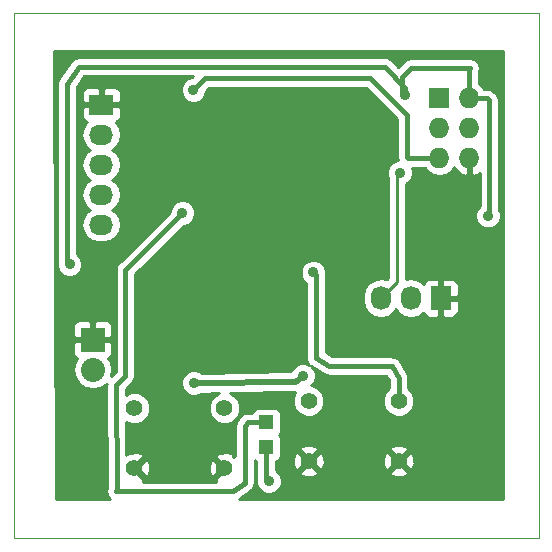
<source format=gbr>
%FSLAX46Y46*%
G04 Gerber Fmt 4.6, Leading zero omitted, Abs format (unit mm)*
G04 Created by KiCad (PCBNEW (2014-07-24 BZR 5026)-product) date 7/26/2014 7:14:47 PM*
%MOMM*%
G01*
G04 APERTURE LIST*
%ADD10C,0.100000*%
%ADD11R,1.198880X1.198880*%
%ADD12R,1.727200X2.032000*%
%ADD13O,1.727200X2.032000*%
%ADD14R,2.032000X2.032000*%
%ADD15O,2.032000X2.032000*%
%ADD16R,2.032000X1.727200*%
%ADD17O,2.032000X1.727200*%
%ADD18R,1.727200X1.727200*%
%ADD19O,1.727200X1.727200*%
%ADD20C,1.397000*%
%ADD21C,0.889000*%
%ADD22C,0.508000*%
%ADD23C,0.381000*%
%ADD24C,0.254000*%
G04 APERTURE END LIST*
D10*
X-2413000Y41783000D02*
X-2413000Y-2667000D01*
X42037000Y41783000D02*
X-2413000Y41783000D01*
X42037000Y-2667000D02*
X42037000Y41783000D01*
X-2413000Y-2667000D02*
X42037000Y-2667000D01*
D11*
X18958560Y7150100D03*
X18958560Y5052060D03*
D12*
X33746440Y17668240D03*
D13*
X31206440Y17668240D03*
X28666440Y17668240D03*
D14*
X4277360Y14152880D03*
D15*
X4277360Y11612880D03*
D16*
X4988560Y34041080D03*
D17*
X4988560Y31501080D03*
X4988560Y28961080D03*
X4988560Y26421080D03*
X4988560Y23881080D03*
D18*
X33624520Y34569400D03*
D19*
X36164520Y34569400D03*
X33624520Y32029400D03*
X36164520Y32029400D03*
X33624520Y29489400D03*
X36164520Y29489400D03*
D20*
X22555200Y8956040D03*
X22555200Y3876040D03*
X30175200Y8956040D03*
X30175200Y3876040D03*
X7807960Y8346440D03*
X7807960Y3266440D03*
X15427960Y8346440D03*
X15427960Y3266440D03*
D21*
X12837160Y10495280D03*
X22057360Y11089640D03*
X37719000Y24638000D03*
X2316480Y20518120D03*
X30718760Y34853880D03*
X11871960Y24876760D03*
X19187160Y2164080D03*
X12801600Y35295840D03*
X30286960Y28285440D03*
X22946360Y19842480D03*
D22*
X12837160Y10495280D02*
X12872720Y10459720D01*
X12872720Y10459720D02*
X21468080Y10576560D01*
X21468080Y10576560D02*
X22057360Y11089640D01*
D23*
X36164520Y34569400D02*
X37693600Y34569400D01*
X37846000Y24765000D02*
X37719000Y24638000D01*
X37846000Y34417000D02*
X37846000Y24765000D01*
X37693600Y34569400D02*
X37846000Y34417000D01*
X36647120Y35052000D02*
X36164520Y34569400D01*
X30718760Y34853880D02*
X30718760Y35422840D01*
X30718760Y35422840D02*
X29011880Y37256720D01*
X29011880Y37256720D02*
X3139440Y37256720D01*
X3139440Y37256720D02*
X2092960Y35829240D01*
X2092960Y35829240D02*
X2092960Y20741640D01*
X2092960Y20741640D02*
X2316480Y20518120D01*
X36164520Y37073840D02*
X36164520Y34569400D01*
X30718760Y34853880D02*
X30439360Y35133280D01*
X30439360Y35133280D02*
X30439360Y36403280D01*
X30439360Y36403280D02*
X31201360Y37165280D01*
X31201360Y37165280D02*
X36255960Y37165280D01*
X36255960Y37165280D02*
X36164520Y37073840D01*
X18958560Y7150100D02*
X17416780Y7150100D01*
X7035800Y20040600D02*
X11871960Y24876760D01*
X7035800Y11094720D02*
X7035800Y20040600D01*
X6248400Y10307320D02*
X7035800Y11094720D01*
X6304280Y1381760D02*
X6248400Y10307320D01*
X6228080Y1305560D02*
X6304280Y1381760D01*
X16169640Y1305560D02*
X6228080Y1305560D01*
X17145000Y2001520D02*
X16169640Y1305560D01*
X17145000Y6878320D02*
X17145000Y2001520D01*
X17416780Y7150100D02*
X17145000Y6878320D01*
X18958560Y5052060D02*
X18958560Y2392680D01*
X18958560Y2392680D02*
X19187160Y2164080D01*
X12801600Y35295840D02*
X13792200Y36286440D01*
X13792200Y36286440D02*
X27736800Y36286440D01*
X27736800Y36286440D02*
X30861000Y33162240D01*
X30861000Y33162240D02*
X30861000Y29621480D01*
X30861000Y29621480D02*
X30993080Y29489400D01*
X30993080Y29489400D02*
X33624520Y29489400D01*
D24*
X30058360Y19060160D02*
X28666440Y17668240D01*
X30058360Y28514040D02*
X30058360Y19060160D01*
X30286960Y28285440D02*
X30058360Y28514040D01*
D23*
X22946360Y19842480D02*
X23164800Y19624040D01*
X23164800Y19624040D02*
X23164800Y12623800D01*
X23164800Y12623800D02*
X24307800Y11902440D01*
X24307800Y11902440D02*
X29606240Y11902440D01*
X29606240Y11902440D02*
X30175200Y10911840D01*
X30175200Y10911840D02*
X30175200Y8956040D01*
D24*
G36*
X38989000Y635000D02*
X38798687Y635000D01*
X38798687Y24851784D01*
X38671500Y25159600D01*
X38671500Y34417000D01*
X38608663Y34732905D01*
X38608663Y34732906D01*
X38429717Y35000717D01*
X38277317Y35153117D01*
X38009506Y35332063D01*
X37693600Y35394900D01*
X37400274Y35394900D01*
X37224190Y35658429D01*
X36990020Y35814897D01*
X36990020Y36806568D01*
X37018623Y36849375D01*
X37081460Y37165280D01*
X37081461Y37165280D01*
X37018623Y37481185D01*
X37018623Y37481186D01*
X36839677Y37748997D01*
X36571866Y37927943D01*
X36255960Y37990781D01*
X36255954Y37990780D01*
X31201365Y37990780D01*
X31201360Y37990781D01*
X30885455Y37927943D01*
X30617643Y37748997D01*
X30617640Y37748994D01*
X30132746Y37264100D01*
X29616145Y37819138D01*
X29603951Y37827934D01*
X29595597Y37840437D01*
X29473753Y37921850D01*
X29354920Y38007569D01*
X29340287Y38011030D01*
X29327785Y38019383D01*
X29184072Y38047969D01*
X29041470Y38081690D01*
X29026625Y38079287D01*
X29011880Y38082220D01*
X3139440Y38082220D01*
X3077196Y38069840D01*
X3013791Y38072602D01*
X2920699Y38038711D01*
X2823535Y38019383D01*
X2770765Y37984124D01*
X2711130Y37962412D01*
X2638095Y37895477D01*
X2555723Y37840437D01*
X2520463Y37787668D01*
X2473677Y37744788D01*
X1427197Y36317308D01*
X1385336Y36227519D01*
X1330297Y36145145D01*
X1317915Y36082900D01*
X1291100Y36025380D01*
X1286787Y35926405D01*
X1267460Y35829240D01*
X1267460Y20806742D01*
X1237167Y20733788D01*
X1236793Y20304336D01*
X1400791Y19907431D01*
X1704194Y19603498D01*
X2100812Y19438807D01*
X2530264Y19438433D01*
X2927169Y19602431D01*
X3231102Y19905834D01*
X3395793Y20302452D01*
X3396167Y20731904D01*
X3232169Y21128809D01*
X2928766Y21432742D01*
X2918460Y21437022D01*
X2918460Y35559066D01*
X3557832Y36431220D01*
X12769545Y36431220D01*
X12713743Y36375418D01*
X12587816Y36375527D01*
X12190911Y36211529D01*
X11886978Y35908126D01*
X11722287Y35511508D01*
X11721913Y35082056D01*
X11885911Y34685151D01*
X12189314Y34381218D01*
X12585932Y34216527D01*
X13015384Y34216153D01*
X13412289Y34380151D01*
X13716222Y34683554D01*
X13880913Y35080172D01*
X13881024Y35207831D01*
X14134134Y35460940D01*
X27394866Y35460940D01*
X30035500Y32820306D01*
X30035500Y29621480D01*
X30086493Y29365116D01*
X30073176Y29365127D01*
X29676271Y29201129D01*
X29544323Y29069412D01*
X29519545Y29052855D01*
X29503133Y29028294D01*
X29372338Y28897726D01*
X29207647Y28501108D01*
X29207273Y28071656D01*
X29296360Y27856050D01*
X29296360Y19375790D01*
X29171660Y19251091D01*
X28666440Y19351585D01*
X28092951Y19237511D01*
X27606770Y18912655D01*
X27281914Y18426474D01*
X27167840Y17852985D01*
X27167840Y17483495D01*
X27281914Y16910006D01*
X27606770Y16423825D01*
X28092951Y16098969D01*
X28666440Y15984895D01*
X29239929Y16098969D01*
X29726110Y16423825D01*
X29936440Y16738606D01*
X30146770Y16423825D01*
X30632951Y16098969D01*
X31206440Y15984895D01*
X31779929Y16098969D01*
X32266110Y16423825D01*
X32280939Y16446020D01*
X32344513Y16292541D01*
X32523142Y16113913D01*
X32756531Y16017240D01*
X33460690Y16017240D01*
X33619440Y16175990D01*
X33619440Y17541240D01*
X33599440Y17541240D01*
X33599440Y17795240D01*
X33619440Y17795240D01*
X33619440Y19160490D01*
X33460690Y19319240D01*
X32756531Y19319240D01*
X32523142Y19222567D01*
X32344513Y19043939D01*
X32280939Y18890461D01*
X32266110Y18912655D01*
X31779929Y19237511D01*
X31206440Y19351585D01*
X30820360Y19274789D01*
X30820360Y27337816D01*
X30897649Y27369751D01*
X31201582Y27673154D01*
X31366273Y28069772D01*
X31366647Y28499224D01*
X31298604Y28663900D01*
X32388765Y28663900D01*
X32564850Y28400371D01*
X33051031Y28075515D01*
X33624520Y27961441D01*
X34198009Y28075515D01*
X34684190Y28400371D01*
X34900183Y28723629D01*
X34957699Y28600910D01*
X35389573Y28206712D01*
X35805494Y28034442D01*
X36037520Y28155583D01*
X36037520Y29362400D01*
X36017520Y29362400D01*
X36017520Y29616400D01*
X36037520Y29616400D01*
X36037520Y29636400D01*
X36291520Y29636400D01*
X36291520Y29616400D01*
X36311520Y29616400D01*
X36311520Y29362400D01*
X36291520Y29362400D01*
X36291520Y28155583D01*
X36523546Y28034442D01*
X36939467Y28206712D01*
X37020500Y28280676D01*
X37020500Y25466032D01*
X36804378Y25250286D01*
X36639687Y24853668D01*
X36639313Y24424216D01*
X36803311Y24027311D01*
X37106714Y23723378D01*
X37503332Y23558687D01*
X37932784Y23558313D01*
X38329689Y23722311D01*
X38633622Y24025714D01*
X38798313Y24422332D01*
X38798687Y24851784D01*
X38798687Y635000D01*
X35245040Y635000D01*
X35245040Y16525930D01*
X35245040Y16778549D01*
X35245040Y17382490D01*
X35245040Y17953990D01*
X35245040Y18557931D01*
X35245040Y18810550D01*
X35148367Y19043939D01*
X34969738Y19222567D01*
X34736349Y19319240D01*
X34032190Y19319240D01*
X33873440Y19160490D01*
X33873440Y17795240D01*
X35086290Y17795240D01*
X35245040Y17953990D01*
X35245040Y17382490D01*
X35086290Y17541240D01*
X33873440Y17541240D01*
X33873440Y16175990D01*
X34032190Y16017240D01*
X34736349Y16017240D01*
X34969738Y16113913D01*
X35148367Y16292541D01*
X35245040Y16525930D01*
X35245040Y635000D01*
X31521127Y635000D01*
X31521127Y3683520D01*
X31508931Y3908005D01*
X31508931Y9220126D01*
X31306346Y9710420D01*
X31000700Y10016600D01*
X31000700Y10911840D01*
X30990256Y10964342D01*
X30993878Y11017751D01*
X30959106Y11120946D01*
X30937863Y11227745D01*
X30908123Y11272254D01*
X30891030Y11322983D01*
X30322069Y12313583D01*
X30250456Y12395613D01*
X30189957Y12486157D01*
X30145447Y12515898D01*
X30110243Y12556223D01*
X30012686Y12604606D01*
X29922145Y12665103D01*
X29869642Y12675547D01*
X29821686Y12699330D01*
X29713040Y12706697D01*
X29606240Y12727940D01*
X24546510Y12727940D01*
X23990300Y13078971D01*
X23990300Y19541625D01*
X24025673Y19626812D01*
X24026047Y20056264D01*
X23862049Y20453169D01*
X23558646Y20757102D01*
X23162028Y20921793D01*
X22732576Y20922167D01*
X22335671Y20758169D01*
X22031738Y20454766D01*
X21867047Y20058148D01*
X21866673Y19628696D01*
X22030671Y19231791D01*
X22334074Y18927858D01*
X22339300Y18925688D01*
X22339300Y12623800D01*
X22357237Y12533622D01*
X22359634Y12441705D01*
X22388356Y12377173D01*
X22402137Y12307895D01*
X22453218Y12231446D01*
X22490608Y12147442D01*
X22541841Y12098813D01*
X22580201Y12041403D01*
X22273028Y12168953D01*
X21843576Y12169327D01*
X21446671Y12005329D01*
X21142738Y11701926D01*
X21042220Y11459854D01*
X13501901Y11357355D01*
X13449446Y11409902D01*
X13052828Y11574593D01*
X12623376Y11574967D01*
X12226471Y11410969D01*
X11922538Y11107566D01*
X11757847Y10710948D01*
X11757473Y10281496D01*
X11921471Y9884591D01*
X12224874Y9580658D01*
X12621492Y9415967D01*
X13050944Y9415593D01*
X13445007Y9578418D01*
X14967704Y9599116D01*
X14673580Y9477586D01*
X14298133Y9102793D01*
X14094692Y8612853D01*
X14094229Y8082354D01*
X14296814Y7592060D01*
X14671607Y7216613D01*
X15161547Y7013172D01*
X15692046Y7012709D01*
X16182340Y7215294D01*
X16557787Y7590087D01*
X16761228Y8080027D01*
X16761691Y8610526D01*
X16559106Y9100820D01*
X16184313Y9476267D01*
X15859273Y9611236D01*
X21414726Y9686753D01*
X21221932Y9222453D01*
X21221469Y8691954D01*
X21424054Y8201660D01*
X21798847Y7826213D01*
X22288787Y7622772D01*
X22819286Y7622309D01*
X23309580Y7824894D01*
X23685027Y8199687D01*
X23888468Y8689627D01*
X23888931Y9220126D01*
X23686346Y9710420D01*
X23311553Y10085867D01*
X22821613Y10289308D01*
X22783640Y10289342D01*
X22971982Y10477354D01*
X23136673Y10873972D01*
X23137047Y11303424D01*
X22973049Y11700329D01*
X22788677Y11885023D01*
X23867222Y11204342D01*
X23933161Y11179022D01*
X23991895Y11139777D01*
X24082075Y11121840D01*
X24167910Y11088879D01*
X24238522Y11090721D01*
X24307800Y11076940D01*
X29128400Y11076940D01*
X29349700Y10691643D01*
X29349700Y10016190D01*
X29045373Y9712393D01*
X28841932Y9222453D01*
X28841469Y8691954D01*
X29044054Y8201660D01*
X29418847Y7826213D01*
X29908787Y7622772D01*
X30439286Y7622309D01*
X30929580Y7824894D01*
X31305027Y8199687D01*
X31508468Y8689627D01*
X31508931Y9220126D01*
X31508931Y3908005D01*
X31492348Y4213239D01*
X31345000Y4568969D01*
X31109388Y4630623D01*
X30929783Y4451018D01*
X30929783Y4810228D01*
X30868129Y5045840D01*
X30367720Y5221967D01*
X29838001Y5193188D01*
X29482271Y5045840D01*
X29420617Y4810228D01*
X30175200Y4055645D01*
X30929783Y4810228D01*
X30929783Y4451018D01*
X30354805Y3876040D01*
X31109388Y3121457D01*
X31345000Y3183111D01*
X31521127Y3683520D01*
X31521127Y635000D01*
X30929783Y635000D01*
X30929783Y2941852D01*
X30175200Y3696435D01*
X29995595Y3516830D01*
X29995595Y3876040D01*
X29241012Y4630623D01*
X29005400Y4568969D01*
X28829273Y4068560D01*
X28858052Y3538841D01*
X29005400Y3183111D01*
X29241012Y3121457D01*
X29995595Y3876040D01*
X29995595Y3516830D01*
X29420617Y2941852D01*
X29482271Y2706240D01*
X29982680Y2530113D01*
X30512399Y2558892D01*
X30868129Y2706240D01*
X30929783Y2941852D01*
X30929783Y635000D01*
X23901127Y635000D01*
X23901127Y3683520D01*
X23872348Y4213239D01*
X23725000Y4568969D01*
X23489388Y4630623D01*
X23309783Y4451018D01*
X23309783Y4810228D01*
X23248129Y5045840D01*
X22747720Y5221967D01*
X22218001Y5193188D01*
X21862271Y5045840D01*
X21800617Y4810228D01*
X22555200Y4055645D01*
X23309783Y4810228D01*
X23309783Y4451018D01*
X22734805Y3876040D01*
X23489388Y3121457D01*
X23725000Y3183111D01*
X23901127Y3683520D01*
X23901127Y635000D01*
X23309783Y635000D01*
X23309783Y2941852D01*
X22555200Y3696435D01*
X22375595Y3516830D01*
X22375595Y3876040D01*
X21621012Y4630623D01*
X21385400Y4568969D01*
X21209273Y4068560D01*
X21238052Y3538841D01*
X21385400Y3183111D01*
X21621012Y3121457D01*
X22375595Y3876040D01*
X22375595Y3516830D01*
X21800617Y2941852D01*
X21862271Y2706240D01*
X22362680Y2530113D01*
X22892399Y2558892D01*
X23248129Y2706240D01*
X23309783Y2941852D01*
X23309783Y635000D01*
X16651101Y635000D01*
X17624481Y1329547D01*
X17671565Y1379616D01*
X17728717Y1417803D01*
X17780852Y1495829D01*
X17845136Y1564187D01*
X17869476Y1628466D01*
X17907663Y1685615D01*
X17925969Y1777648D01*
X17959202Y1865407D01*
X17957091Y1934111D01*
X17970500Y2001520D01*
X17970500Y3943215D01*
X17999421Y3914293D01*
X18133060Y3858938D01*
X18133060Y2440468D01*
X18107847Y2379748D01*
X18107473Y1950296D01*
X18271471Y1553391D01*
X18574874Y1249458D01*
X18971492Y1084767D01*
X19400944Y1084393D01*
X19797849Y1248391D01*
X20101782Y1551794D01*
X20266473Y1948412D01*
X20266847Y2377864D01*
X20102849Y2774769D01*
X19799446Y3078702D01*
X19784060Y3085091D01*
X19784060Y3858939D01*
X19917698Y3914293D01*
X20096327Y4092921D01*
X20193000Y4326310D01*
X20193000Y4578929D01*
X20193000Y5777809D01*
X20096327Y6011198D01*
X20006445Y6101081D01*
X20096327Y6190961D01*
X20193000Y6424350D01*
X20193000Y6676969D01*
X20193000Y7875849D01*
X20096327Y8109238D01*
X19917699Y8287867D01*
X19684310Y8384540D01*
X19431691Y8384540D01*
X18232811Y8384540D01*
X17999422Y8287867D01*
X17820793Y8109239D01*
X17765437Y7975600D01*
X17416785Y7975600D01*
X17416780Y7975601D01*
X17100874Y7912763D01*
X16833063Y7733817D01*
X16561283Y7462037D01*
X16382337Y7194226D01*
X16319500Y6878320D01*
X16319500Y4294182D01*
X16297797Y4315885D01*
X16182542Y4200631D01*
X16120889Y4436240D01*
X15620480Y4612367D01*
X15090761Y4583588D01*
X14735031Y4436240D01*
X14673377Y4200628D01*
X15427960Y3446045D01*
X15442102Y3460188D01*
X15621707Y3280583D01*
X15607565Y3266440D01*
X15621707Y3252298D01*
X15442102Y3072693D01*
X15427960Y3086835D01*
X15248355Y2907230D01*
X15248355Y3266440D01*
X14493772Y4021023D01*
X14258160Y3959369D01*
X14082033Y3458960D01*
X14110812Y2929241D01*
X14258160Y2573511D01*
X14493772Y2511857D01*
X15248355Y3266440D01*
X15248355Y2907230D01*
X14673377Y2332252D01*
X14726024Y2131060D01*
X9153887Y2131060D01*
X9153887Y3073920D01*
X9125108Y3603639D01*
X8977760Y3959369D01*
X8742148Y4021023D01*
X7987565Y3266440D01*
X8742148Y2511857D01*
X8977760Y2573511D01*
X9153887Y3073920D01*
X9153887Y2131060D01*
X8509895Y2131060D01*
X8562543Y2332252D01*
X7807960Y3086835D01*
X7793817Y3072693D01*
X7614212Y3252298D01*
X7628355Y3266440D01*
X7614212Y3280583D01*
X7793817Y3460188D01*
X7807960Y3446045D01*
X8562543Y4200628D01*
X8500889Y4436240D01*
X8000480Y4612367D01*
X7470761Y4583588D01*
X7115031Y4436240D01*
X7110775Y4419976D01*
X7093374Y7199270D01*
X7541547Y7013172D01*
X8072046Y7012709D01*
X8562340Y7215294D01*
X8937787Y7590087D01*
X9141228Y8080027D01*
X9141691Y8610526D01*
X8939106Y9100820D01*
X8564313Y9476267D01*
X8074373Y9679708D01*
X7543874Y9680171D01*
X7079045Y9488108D01*
X7076043Y9967530D01*
X7619513Y10511001D01*
X7619517Y10511003D01*
X7619517Y10511004D01*
X7798463Y10778815D01*
X7861300Y11094720D01*
X7861301Y11094720D01*
X7861300Y11094726D01*
X7861300Y19698666D01*
X11959816Y23797183D01*
X12085744Y23797073D01*
X12482649Y23961071D01*
X12786582Y24264474D01*
X12951273Y24661092D01*
X12951647Y25090544D01*
X12787649Y25487449D01*
X12484246Y25791382D01*
X12087628Y25956073D01*
X11658176Y25956447D01*
X11261271Y25792449D01*
X10957338Y25489046D01*
X10792647Y25092428D01*
X10792535Y24964770D01*
X6671905Y20844140D01*
X6671905Y23881080D01*
X6557831Y24454569D01*
X6232975Y24940750D01*
X5918194Y25151080D01*
X6232975Y25361410D01*
X6557831Y25847591D01*
X6671905Y26421080D01*
X6557831Y26994569D01*
X6232975Y27480750D01*
X5918194Y27691080D01*
X6232975Y27901410D01*
X6557831Y28387591D01*
X6671905Y28961080D01*
X6557831Y29534569D01*
X6232975Y30020750D01*
X5918194Y30231080D01*
X6232975Y30441410D01*
X6557831Y30927591D01*
X6671905Y31501080D01*
X6557831Y32074569D01*
X6232975Y32560750D01*
X6210780Y32575580D01*
X6364259Y32639153D01*
X6542887Y32817782D01*
X6639560Y33051171D01*
X6639560Y33755330D01*
X6639560Y34326830D01*
X6639560Y35030989D01*
X6542887Y35264378D01*
X6364259Y35443007D01*
X6130870Y35539680D01*
X5878251Y35539680D01*
X5274310Y35539680D01*
X5115560Y35380930D01*
X5115560Y34168080D01*
X6480810Y34168080D01*
X6639560Y34326830D01*
X6639560Y33755330D01*
X6480810Y33914080D01*
X5115560Y33914080D01*
X5115560Y33894080D01*
X4861560Y33894080D01*
X4861560Y33914080D01*
X4861560Y34168080D01*
X4861560Y35380930D01*
X4702810Y35539680D01*
X4098869Y35539680D01*
X3846250Y35539680D01*
X3612861Y35443007D01*
X3434233Y35264378D01*
X3337560Y35030989D01*
X3337560Y34326830D01*
X3496310Y34168080D01*
X4861560Y34168080D01*
X4861560Y33914080D01*
X3496310Y33914080D01*
X3337560Y33755330D01*
X3337560Y33051171D01*
X3434233Y32817782D01*
X3612861Y32639153D01*
X3766339Y32575580D01*
X3744145Y32560750D01*
X3419289Y32074569D01*
X3305215Y31501080D01*
X3419289Y30927591D01*
X3744145Y30441410D01*
X4058925Y30231080D01*
X3744145Y30020750D01*
X3419289Y29534569D01*
X3305215Y28961080D01*
X3419289Y28387591D01*
X3744145Y27901410D01*
X4058925Y27691080D01*
X3744145Y27480750D01*
X3419289Y26994569D01*
X3305215Y26421080D01*
X3419289Y25847591D01*
X3744145Y25361410D01*
X4058925Y25151080D01*
X3744145Y24940750D01*
X3419289Y24454569D01*
X3305215Y23881080D01*
X3419289Y23307591D01*
X3744145Y22821410D01*
X4230326Y22496554D01*
X4803815Y22382480D01*
X5173305Y22382480D01*
X5746794Y22496554D01*
X6232975Y22821410D01*
X6557831Y23307591D01*
X6671905Y23881080D01*
X6671905Y20844140D01*
X6452083Y20624317D01*
X6273137Y20356506D01*
X6210300Y20040600D01*
X6210300Y11436654D01*
X5822627Y11048981D01*
X5928360Y11580535D01*
X5928360Y11645225D01*
X5802685Y12277035D01*
X5601988Y12577399D01*
X5653059Y12598553D01*
X5831687Y12777182D01*
X5928360Y13010571D01*
X5928360Y13867130D01*
X5928360Y14438630D01*
X5928360Y15295189D01*
X5831687Y15528578D01*
X5653059Y15707207D01*
X5419670Y15803880D01*
X5167051Y15803880D01*
X4563110Y15803880D01*
X4404360Y15645130D01*
X4404360Y14279880D01*
X5769610Y14279880D01*
X5928360Y14438630D01*
X5928360Y13867130D01*
X5769610Y14025880D01*
X4404360Y14025880D01*
X4404360Y14005880D01*
X4150360Y14005880D01*
X4150360Y14025880D01*
X4150360Y14279880D01*
X4150360Y15645130D01*
X3991610Y15803880D01*
X3387669Y15803880D01*
X3135050Y15803880D01*
X2901661Y15707207D01*
X2723033Y15528578D01*
X2626360Y15295189D01*
X2626360Y14438630D01*
X2785110Y14279880D01*
X4150360Y14279880D01*
X4150360Y14025880D01*
X2785110Y14025880D01*
X2626360Y13867130D01*
X2626360Y13010571D01*
X2723033Y12777182D01*
X2901661Y12598553D01*
X2952731Y12577399D01*
X2752035Y12277035D01*
X2626360Y11645225D01*
X2626360Y11580535D01*
X2752035Y10948725D01*
X3109927Y10413102D01*
X3645550Y10055210D01*
X4277360Y9929535D01*
X4909170Y10055210D01*
X5443810Y10412446D01*
X5422900Y10307320D01*
X5423413Y10304739D01*
X5422916Y10302152D01*
X5477152Y1639031D01*
X5477152Y1639030D01*
X5465417Y1621466D01*
X5402580Y1305560D01*
X5465417Y989654D01*
X5644363Y721843D01*
X5774332Y635000D01*
X1142579Y635000D01*
X1016423Y38608000D01*
X38989000Y38608000D01*
X38989000Y635000D01*
X38989000Y635000D01*
G37*
X38989000Y635000D02*
X38798687Y635000D01*
X38798687Y24851784D01*
X38671500Y25159600D01*
X38671500Y34417000D01*
X38608663Y34732905D01*
X38608663Y34732906D01*
X38429717Y35000717D01*
X38277317Y35153117D01*
X38009506Y35332063D01*
X37693600Y35394900D01*
X37400274Y35394900D01*
X37224190Y35658429D01*
X36990020Y35814897D01*
X36990020Y36806568D01*
X37018623Y36849375D01*
X37081460Y37165280D01*
X37081461Y37165280D01*
X37018623Y37481185D01*
X37018623Y37481186D01*
X36839677Y37748997D01*
X36571866Y37927943D01*
X36255960Y37990781D01*
X36255954Y37990780D01*
X31201365Y37990780D01*
X31201360Y37990781D01*
X30885455Y37927943D01*
X30617643Y37748997D01*
X30617640Y37748994D01*
X30132746Y37264100D01*
X29616145Y37819138D01*
X29603951Y37827934D01*
X29595597Y37840437D01*
X29473753Y37921850D01*
X29354920Y38007569D01*
X29340287Y38011030D01*
X29327785Y38019383D01*
X29184072Y38047969D01*
X29041470Y38081690D01*
X29026625Y38079287D01*
X29011880Y38082220D01*
X3139440Y38082220D01*
X3077196Y38069840D01*
X3013791Y38072602D01*
X2920699Y38038711D01*
X2823535Y38019383D01*
X2770765Y37984124D01*
X2711130Y37962412D01*
X2638095Y37895477D01*
X2555723Y37840437D01*
X2520463Y37787668D01*
X2473677Y37744788D01*
X1427197Y36317308D01*
X1385336Y36227519D01*
X1330297Y36145145D01*
X1317915Y36082900D01*
X1291100Y36025380D01*
X1286787Y35926405D01*
X1267460Y35829240D01*
X1267460Y20806742D01*
X1237167Y20733788D01*
X1236793Y20304336D01*
X1400791Y19907431D01*
X1704194Y19603498D01*
X2100812Y19438807D01*
X2530264Y19438433D01*
X2927169Y19602431D01*
X3231102Y19905834D01*
X3395793Y20302452D01*
X3396167Y20731904D01*
X3232169Y21128809D01*
X2928766Y21432742D01*
X2918460Y21437022D01*
X2918460Y35559066D01*
X3557832Y36431220D01*
X12769545Y36431220D01*
X12713743Y36375418D01*
X12587816Y36375527D01*
X12190911Y36211529D01*
X11886978Y35908126D01*
X11722287Y35511508D01*
X11721913Y35082056D01*
X11885911Y34685151D01*
X12189314Y34381218D01*
X12585932Y34216527D01*
X13015384Y34216153D01*
X13412289Y34380151D01*
X13716222Y34683554D01*
X13880913Y35080172D01*
X13881024Y35207831D01*
X14134134Y35460940D01*
X27394866Y35460940D01*
X30035500Y32820306D01*
X30035500Y29621480D01*
X30086493Y29365116D01*
X30073176Y29365127D01*
X29676271Y29201129D01*
X29544323Y29069412D01*
X29519545Y29052855D01*
X29503133Y29028294D01*
X29372338Y28897726D01*
X29207647Y28501108D01*
X29207273Y28071656D01*
X29296360Y27856050D01*
X29296360Y19375790D01*
X29171660Y19251091D01*
X28666440Y19351585D01*
X28092951Y19237511D01*
X27606770Y18912655D01*
X27281914Y18426474D01*
X27167840Y17852985D01*
X27167840Y17483495D01*
X27281914Y16910006D01*
X27606770Y16423825D01*
X28092951Y16098969D01*
X28666440Y15984895D01*
X29239929Y16098969D01*
X29726110Y16423825D01*
X29936440Y16738606D01*
X30146770Y16423825D01*
X30632951Y16098969D01*
X31206440Y15984895D01*
X31779929Y16098969D01*
X32266110Y16423825D01*
X32280939Y16446020D01*
X32344513Y16292541D01*
X32523142Y16113913D01*
X32756531Y16017240D01*
X33460690Y16017240D01*
X33619440Y16175990D01*
X33619440Y17541240D01*
X33599440Y17541240D01*
X33599440Y17795240D01*
X33619440Y17795240D01*
X33619440Y19160490D01*
X33460690Y19319240D01*
X32756531Y19319240D01*
X32523142Y19222567D01*
X32344513Y19043939D01*
X32280939Y18890461D01*
X32266110Y18912655D01*
X31779929Y19237511D01*
X31206440Y19351585D01*
X30820360Y19274789D01*
X30820360Y27337816D01*
X30897649Y27369751D01*
X31201582Y27673154D01*
X31366273Y28069772D01*
X31366647Y28499224D01*
X31298604Y28663900D01*
X32388765Y28663900D01*
X32564850Y28400371D01*
X33051031Y28075515D01*
X33624520Y27961441D01*
X34198009Y28075515D01*
X34684190Y28400371D01*
X34900183Y28723629D01*
X34957699Y28600910D01*
X35389573Y28206712D01*
X35805494Y28034442D01*
X36037520Y28155583D01*
X36037520Y29362400D01*
X36017520Y29362400D01*
X36017520Y29616400D01*
X36037520Y29616400D01*
X36037520Y29636400D01*
X36291520Y29636400D01*
X36291520Y29616400D01*
X36311520Y29616400D01*
X36311520Y29362400D01*
X36291520Y29362400D01*
X36291520Y28155583D01*
X36523546Y28034442D01*
X36939467Y28206712D01*
X37020500Y28280676D01*
X37020500Y25466032D01*
X36804378Y25250286D01*
X36639687Y24853668D01*
X36639313Y24424216D01*
X36803311Y24027311D01*
X37106714Y23723378D01*
X37503332Y23558687D01*
X37932784Y23558313D01*
X38329689Y23722311D01*
X38633622Y24025714D01*
X38798313Y24422332D01*
X38798687Y24851784D01*
X38798687Y635000D01*
X35245040Y635000D01*
X35245040Y16525930D01*
X35245040Y16778549D01*
X35245040Y17382490D01*
X35245040Y17953990D01*
X35245040Y18557931D01*
X35245040Y18810550D01*
X35148367Y19043939D01*
X34969738Y19222567D01*
X34736349Y19319240D01*
X34032190Y19319240D01*
X33873440Y19160490D01*
X33873440Y17795240D01*
X35086290Y17795240D01*
X35245040Y17953990D01*
X35245040Y17382490D01*
X35086290Y17541240D01*
X33873440Y17541240D01*
X33873440Y16175990D01*
X34032190Y16017240D01*
X34736349Y16017240D01*
X34969738Y16113913D01*
X35148367Y16292541D01*
X35245040Y16525930D01*
X35245040Y635000D01*
X31521127Y635000D01*
X31521127Y3683520D01*
X31508931Y3908005D01*
X31508931Y9220126D01*
X31306346Y9710420D01*
X31000700Y10016600D01*
X31000700Y10911840D01*
X30990256Y10964342D01*
X30993878Y11017751D01*
X30959106Y11120946D01*
X30937863Y11227745D01*
X30908123Y11272254D01*
X30891030Y11322983D01*
X30322069Y12313583D01*
X30250456Y12395613D01*
X30189957Y12486157D01*
X30145447Y12515898D01*
X30110243Y12556223D01*
X30012686Y12604606D01*
X29922145Y12665103D01*
X29869642Y12675547D01*
X29821686Y12699330D01*
X29713040Y12706697D01*
X29606240Y12727940D01*
X24546510Y12727940D01*
X23990300Y13078971D01*
X23990300Y19541625D01*
X24025673Y19626812D01*
X24026047Y20056264D01*
X23862049Y20453169D01*
X23558646Y20757102D01*
X23162028Y20921793D01*
X22732576Y20922167D01*
X22335671Y20758169D01*
X22031738Y20454766D01*
X21867047Y20058148D01*
X21866673Y19628696D01*
X22030671Y19231791D01*
X22334074Y18927858D01*
X22339300Y18925688D01*
X22339300Y12623800D01*
X22357237Y12533622D01*
X22359634Y12441705D01*
X22388356Y12377173D01*
X22402137Y12307895D01*
X22453218Y12231446D01*
X22490608Y12147442D01*
X22541841Y12098813D01*
X22580201Y12041403D01*
X22273028Y12168953D01*
X21843576Y12169327D01*
X21446671Y12005329D01*
X21142738Y11701926D01*
X21042220Y11459854D01*
X13501901Y11357355D01*
X13449446Y11409902D01*
X13052828Y11574593D01*
X12623376Y11574967D01*
X12226471Y11410969D01*
X11922538Y11107566D01*
X11757847Y10710948D01*
X11757473Y10281496D01*
X11921471Y9884591D01*
X12224874Y9580658D01*
X12621492Y9415967D01*
X13050944Y9415593D01*
X13445007Y9578418D01*
X14967704Y9599116D01*
X14673580Y9477586D01*
X14298133Y9102793D01*
X14094692Y8612853D01*
X14094229Y8082354D01*
X14296814Y7592060D01*
X14671607Y7216613D01*
X15161547Y7013172D01*
X15692046Y7012709D01*
X16182340Y7215294D01*
X16557787Y7590087D01*
X16761228Y8080027D01*
X16761691Y8610526D01*
X16559106Y9100820D01*
X16184313Y9476267D01*
X15859273Y9611236D01*
X21414726Y9686753D01*
X21221932Y9222453D01*
X21221469Y8691954D01*
X21424054Y8201660D01*
X21798847Y7826213D01*
X22288787Y7622772D01*
X22819286Y7622309D01*
X23309580Y7824894D01*
X23685027Y8199687D01*
X23888468Y8689627D01*
X23888931Y9220126D01*
X23686346Y9710420D01*
X23311553Y10085867D01*
X22821613Y10289308D01*
X22783640Y10289342D01*
X22971982Y10477354D01*
X23136673Y10873972D01*
X23137047Y11303424D01*
X22973049Y11700329D01*
X22788677Y11885023D01*
X23867222Y11204342D01*
X23933161Y11179022D01*
X23991895Y11139777D01*
X24082075Y11121840D01*
X24167910Y11088879D01*
X24238522Y11090721D01*
X24307800Y11076940D01*
X29128400Y11076940D01*
X29349700Y10691643D01*
X29349700Y10016190D01*
X29045373Y9712393D01*
X28841932Y9222453D01*
X28841469Y8691954D01*
X29044054Y8201660D01*
X29418847Y7826213D01*
X29908787Y7622772D01*
X30439286Y7622309D01*
X30929580Y7824894D01*
X31305027Y8199687D01*
X31508468Y8689627D01*
X31508931Y9220126D01*
X31508931Y3908005D01*
X31492348Y4213239D01*
X31345000Y4568969D01*
X31109388Y4630623D01*
X30929783Y4451018D01*
X30929783Y4810228D01*
X30868129Y5045840D01*
X30367720Y5221967D01*
X29838001Y5193188D01*
X29482271Y5045840D01*
X29420617Y4810228D01*
X30175200Y4055645D01*
X30929783Y4810228D01*
X30929783Y4451018D01*
X30354805Y3876040D01*
X31109388Y3121457D01*
X31345000Y3183111D01*
X31521127Y3683520D01*
X31521127Y635000D01*
X30929783Y635000D01*
X30929783Y2941852D01*
X30175200Y3696435D01*
X29995595Y3516830D01*
X29995595Y3876040D01*
X29241012Y4630623D01*
X29005400Y4568969D01*
X28829273Y4068560D01*
X28858052Y3538841D01*
X29005400Y3183111D01*
X29241012Y3121457D01*
X29995595Y3876040D01*
X29995595Y3516830D01*
X29420617Y2941852D01*
X29482271Y2706240D01*
X29982680Y2530113D01*
X30512399Y2558892D01*
X30868129Y2706240D01*
X30929783Y2941852D01*
X30929783Y635000D01*
X23901127Y635000D01*
X23901127Y3683520D01*
X23872348Y4213239D01*
X23725000Y4568969D01*
X23489388Y4630623D01*
X23309783Y4451018D01*
X23309783Y4810228D01*
X23248129Y5045840D01*
X22747720Y5221967D01*
X22218001Y5193188D01*
X21862271Y5045840D01*
X21800617Y4810228D01*
X22555200Y4055645D01*
X23309783Y4810228D01*
X23309783Y4451018D01*
X22734805Y3876040D01*
X23489388Y3121457D01*
X23725000Y3183111D01*
X23901127Y3683520D01*
X23901127Y635000D01*
X23309783Y635000D01*
X23309783Y2941852D01*
X22555200Y3696435D01*
X22375595Y3516830D01*
X22375595Y3876040D01*
X21621012Y4630623D01*
X21385400Y4568969D01*
X21209273Y4068560D01*
X21238052Y3538841D01*
X21385400Y3183111D01*
X21621012Y3121457D01*
X22375595Y3876040D01*
X22375595Y3516830D01*
X21800617Y2941852D01*
X21862271Y2706240D01*
X22362680Y2530113D01*
X22892399Y2558892D01*
X23248129Y2706240D01*
X23309783Y2941852D01*
X23309783Y635000D01*
X16651101Y635000D01*
X17624481Y1329547D01*
X17671565Y1379616D01*
X17728717Y1417803D01*
X17780852Y1495829D01*
X17845136Y1564187D01*
X17869476Y1628466D01*
X17907663Y1685615D01*
X17925969Y1777648D01*
X17959202Y1865407D01*
X17957091Y1934111D01*
X17970500Y2001520D01*
X17970500Y3943215D01*
X17999421Y3914293D01*
X18133060Y3858938D01*
X18133060Y2440468D01*
X18107847Y2379748D01*
X18107473Y1950296D01*
X18271471Y1553391D01*
X18574874Y1249458D01*
X18971492Y1084767D01*
X19400944Y1084393D01*
X19797849Y1248391D01*
X20101782Y1551794D01*
X20266473Y1948412D01*
X20266847Y2377864D01*
X20102849Y2774769D01*
X19799446Y3078702D01*
X19784060Y3085091D01*
X19784060Y3858939D01*
X19917698Y3914293D01*
X20096327Y4092921D01*
X20193000Y4326310D01*
X20193000Y4578929D01*
X20193000Y5777809D01*
X20096327Y6011198D01*
X20006445Y6101081D01*
X20096327Y6190961D01*
X20193000Y6424350D01*
X20193000Y6676969D01*
X20193000Y7875849D01*
X20096327Y8109238D01*
X19917699Y8287867D01*
X19684310Y8384540D01*
X19431691Y8384540D01*
X18232811Y8384540D01*
X17999422Y8287867D01*
X17820793Y8109239D01*
X17765437Y7975600D01*
X17416785Y7975600D01*
X17416780Y7975601D01*
X17100874Y7912763D01*
X16833063Y7733817D01*
X16561283Y7462037D01*
X16382337Y7194226D01*
X16319500Y6878320D01*
X16319500Y4294182D01*
X16297797Y4315885D01*
X16182542Y4200631D01*
X16120889Y4436240D01*
X15620480Y4612367D01*
X15090761Y4583588D01*
X14735031Y4436240D01*
X14673377Y4200628D01*
X15427960Y3446045D01*
X15442102Y3460188D01*
X15621707Y3280583D01*
X15607565Y3266440D01*
X15621707Y3252298D01*
X15442102Y3072693D01*
X15427960Y3086835D01*
X15248355Y2907230D01*
X15248355Y3266440D01*
X14493772Y4021023D01*
X14258160Y3959369D01*
X14082033Y3458960D01*
X14110812Y2929241D01*
X14258160Y2573511D01*
X14493772Y2511857D01*
X15248355Y3266440D01*
X15248355Y2907230D01*
X14673377Y2332252D01*
X14726024Y2131060D01*
X9153887Y2131060D01*
X9153887Y3073920D01*
X9125108Y3603639D01*
X8977760Y3959369D01*
X8742148Y4021023D01*
X7987565Y3266440D01*
X8742148Y2511857D01*
X8977760Y2573511D01*
X9153887Y3073920D01*
X9153887Y2131060D01*
X8509895Y2131060D01*
X8562543Y2332252D01*
X7807960Y3086835D01*
X7793817Y3072693D01*
X7614212Y3252298D01*
X7628355Y3266440D01*
X7614212Y3280583D01*
X7793817Y3460188D01*
X7807960Y3446045D01*
X8562543Y4200628D01*
X8500889Y4436240D01*
X8000480Y4612367D01*
X7470761Y4583588D01*
X7115031Y4436240D01*
X7110775Y4419976D01*
X7093374Y7199270D01*
X7541547Y7013172D01*
X8072046Y7012709D01*
X8562340Y7215294D01*
X8937787Y7590087D01*
X9141228Y8080027D01*
X9141691Y8610526D01*
X8939106Y9100820D01*
X8564313Y9476267D01*
X8074373Y9679708D01*
X7543874Y9680171D01*
X7079045Y9488108D01*
X7076043Y9967530D01*
X7619513Y10511001D01*
X7619517Y10511003D01*
X7619517Y10511004D01*
X7798463Y10778815D01*
X7861300Y11094720D01*
X7861301Y11094720D01*
X7861300Y11094726D01*
X7861300Y19698666D01*
X11959816Y23797183D01*
X12085744Y23797073D01*
X12482649Y23961071D01*
X12786582Y24264474D01*
X12951273Y24661092D01*
X12951647Y25090544D01*
X12787649Y25487449D01*
X12484246Y25791382D01*
X12087628Y25956073D01*
X11658176Y25956447D01*
X11261271Y25792449D01*
X10957338Y25489046D01*
X10792647Y25092428D01*
X10792535Y24964770D01*
X6671905Y20844140D01*
X6671905Y23881080D01*
X6557831Y24454569D01*
X6232975Y24940750D01*
X5918194Y25151080D01*
X6232975Y25361410D01*
X6557831Y25847591D01*
X6671905Y26421080D01*
X6557831Y26994569D01*
X6232975Y27480750D01*
X5918194Y27691080D01*
X6232975Y27901410D01*
X6557831Y28387591D01*
X6671905Y28961080D01*
X6557831Y29534569D01*
X6232975Y30020750D01*
X5918194Y30231080D01*
X6232975Y30441410D01*
X6557831Y30927591D01*
X6671905Y31501080D01*
X6557831Y32074569D01*
X6232975Y32560750D01*
X6210780Y32575580D01*
X6364259Y32639153D01*
X6542887Y32817782D01*
X6639560Y33051171D01*
X6639560Y33755330D01*
X6639560Y34326830D01*
X6639560Y35030989D01*
X6542887Y35264378D01*
X6364259Y35443007D01*
X6130870Y35539680D01*
X5878251Y35539680D01*
X5274310Y35539680D01*
X5115560Y35380930D01*
X5115560Y34168080D01*
X6480810Y34168080D01*
X6639560Y34326830D01*
X6639560Y33755330D01*
X6480810Y33914080D01*
X5115560Y33914080D01*
X5115560Y33894080D01*
X4861560Y33894080D01*
X4861560Y33914080D01*
X4861560Y34168080D01*
X4861560Y35380930D01*
X4702810Y35539680D01*
X4098869Y35539680D01*
X3846250Y35539680D01*
X3612861Y35443007D01*
X3434233Y35264378D01*
X3337560Y35030989D01*
X3337560Y34326830D01*
X3496310Y34168080D01*
X4861560Y34168080D01*
X4861560Y33914080D01*
X3496310Y33914080D01*
X3337560Y33755330D01*
X3337560Y33051171D01*
X3434233Y32817782D01*
X3612861Y32639153D01*
X3766339Y32575580D01*
X3744145Y32560750D01*
X3419289Y32074569D01*
X3305215Y31501080D01*
X3419289Y30927591D01*
X3744145Y30441410D01*
X4058925Y30231080D01*
X3744145Y30020750D01*
X3419289Y29534569D01*
X3305215Y28961080D01*
X3419289Y28387591D01*
X3744145Y27901410D01*
X4058925Y27691080D01*
X3744145Y27480750D01*
X3419289Y26994569D01*
X3305215Y26421080D01*
X3419289Y25847591D01*
X3744145Y25361410D01*
X4058925Y25151080D01*
X3744145Y24940750D01*
X3419289Y24454569D01*
X3305215Y23881080D01*
X3419289Y23307591D01*
X3744145Y22821410D01*
X4230326Y22496554D01*
X4803815Y22382480D01*
X5173305Y22382480D01*
X5746794Y22496554D01*
X6232975Y22821410D01*
X6557831Y23307591D01*
X6671905Y23881080D01*
X6671905Y20844140D01*
X6452083Y20624317D01*
X6273137Y20356506D01*
X6210300Y20040600D01*
X6210300Y11436654D01*
X5822627Y11048981D01*
X5928360Y11580535D01*
X5928360Y11645225D01*
X5802685Y12277035D01*
X5601988Y12577399D01*
X5653059Y12598553D01*
X5831687Y12777182D01*
X5928360Y13010571D01*
X5928360Y13867130D01*
X5928360Y14438630D01*
X5928360Y15295189D01*
X5831687Y15528578D01*
X5653059Y15707207D01*
X5419670Y15803880D01*
X5167051Y15803880D01*
X4563110Y15803880D01*
X4404360Y15645130D01*
X4404360Y14279880D01*
X5769610Y14279880D01*
X5928360Y14438630D01*
X5928360Y13867130D01*
X5769610Y14025880D01*
X4404360Y14025880D01*
X4404360Y14005880D01*
X4150360Y14005880D01*
X4150360Y14025880D01*
X4150360Y14279880D01*
X4150360Y15645130D01*
X3991610Y15803880D01*
X3387669Y15803880D01*
X3135050Y15803880D01*
X2901661Y15707207D01*
X2723033Y15528578D01*
X2626360Y15295189D01*
X2626360Y14438630D01*
X2785110Y14279880D01*
X4150360Y14279880D01*
X4150360Y14025880D01*
X2785110Y14025880D01*
X2626360Y13867130D01*
X2626360Y13010571D01*
X2723033Y12777182D01*
X2901661Y12598553D01*
X2952731Y12577399D01*
X2752035Y12277035D01*
X2626360Y11645225D01*
X2626360Y11580535D01*
X2752035Y10948725D01*
X3109927Y10413102D01*
X3645550Y10055210D01*
X4277360Y9929535D01*
X4909170Y10055210D01*
X5443810Y10412446D01*
X5422900Y10307320D01*
X5423413Y10304739D01*
X5422916Y10302152D01*
X5477152Y1639031D01*
X5477152Y1639030D01*
X5465417Y1621466D01*
X5402580Y1305560D01*
X5465417Y989654D01*
X5644363Y721843D01*
X5774332Y635000D01*
X1142579Y635000D01*
X1016423Y38608000D01*
X38989000Y38608000D01*
X38989000Y635000D01*
M02*

</source>
